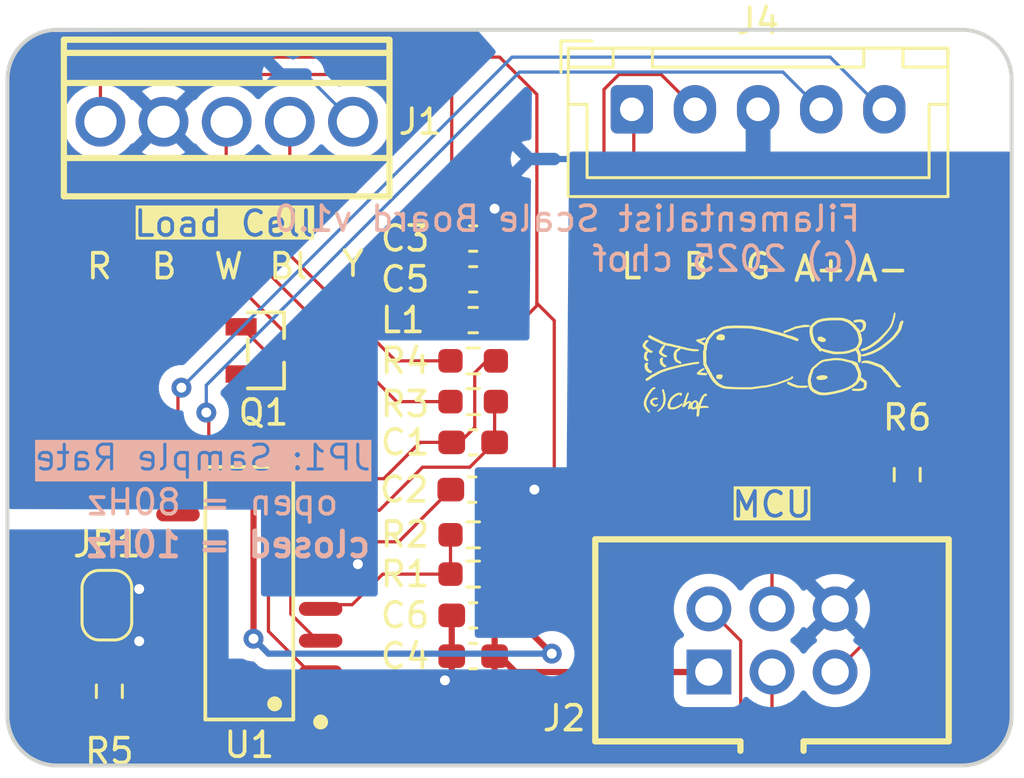
<source format=kicad_pcb>
(kicad_pcb (version 20241229) (generator "pcbnew") (generator_version "9.0")
  (layers (0 "F.Cu" signal) (2 "B.Cu" signal) (13 "F.Paste" user) (15 "B.Paste" user) (5 "F.SilkS" user "F.Silkscreen") (7 "B.SilkS" user "B.Silkscreen") (1 "F.Mask" user) (3 "B.Mask" user) (25 "Edge.Cuts" user))
  (net 0 "")
  (net 1 "Net-(U1-INNA)")
  (net 2 "Net-(U1-INPA)")
  (net 3 "Net-(U1-VBG)")
  (net 4 "GND")
  (net 5 "/E+")
  (net 6 "VCC")
  (net 7 "/A-")
  (net 8 "/A+")
  (net 9 "CLK")
  (net 10 "BTN")
  (net 11 "DAT")
  (net 12 "LED")
  (net 13 "INNB")
  (net 14 "INPB")
  (net 15 "Net-(Q1-C)")
  (net 16 "Net-(Q1-B)")
  (net 17 "Net-(U1-VFB)")
  (net 18 "Net-(JP1-B)")
  (net 20 "GNDA")
  (net 21 "SHIELD")
  (net 22 "/LED_OUT")
  (footprint "Resistor_SMD:R_0603_1608Metric_Pad0.98x0.95mm_HandSolder" (layer "F.Cu") (at 125.7 78.7125 -90)
    (property "Reference" "R5" (at 2.4125 0 180) (layer "F.SilkS"))
    (property "Value" "10k")
    (pad "1" smd roundrect (at -0.9125 0 270) (size 0.975 0.95) (layers "F.Cu" "F.Mask" "F.Paste") (net 18 "Net-(JP1-B)"))
    (pad "2" smd roundrect (at 0.9125 0 270) (size 0.975 0.95) (layers "F.Cu" "F.Mask" "F.Paste") (net 6 "VCC"))
  )
  (footprint "Capacitor_SMD:C_0603_1608Metric_Pad1.08x0.95mm_HandSolder" (layer "F.Cu") (at 140.3375 77.3 180)
    (property "Reference" "C4" (at 2.7375 0 0) (layer "F.SilkS"))
    (property "Value" "0.1uF")
    (pad "1" smd roundrect (at -0.8625 0 180) (size 1.075 0.95) (layers "F.Cu" "F.Mask" "F.Paste") (net 6 "VCC"))
    (pad "2" smd roundrect (at 0.8625 0 180) (size 1.075 0.95) (layers "F.Cu" "F.Mask" "F.Paste") (net 4 "GND"))
  )
  (footprint "Chof747_Connectors:CONN-TH_5P-P2.54_KF128-2.54-5P" (layer "F.Cu") (at 130.42 55.8 180)
    (property "Reference" "J1" (at -7.78 0 0) (layer "F.SilkS"))
    (property "Value" "Load Cell" (at 0.12 -4.1 0) (layer "F.SilkS" knockout))
    (pad "1" thru_hole circle (at -5.08 0 180) (size 2 2) (drill 1.300023) (layers "*.Cu" "*.Mask") (net 21 "SHIELD"))
    (pad "2" thru_hole circle (at -2.54 0 180) (size 2 2) (drill 1.300023) (layers "*.Cu" "*.Mask") (net 8 "/A+"))
    (pad "3" thru_hole circle (at 0 0 180) (size 2 2) (drill 1.300023) (layers "*.Cu" "*.Mask") (net 7 "/A-"))
    (pad "4" thru_hole circle (at 2.54 0 180) (size 2 2) (drill 1.300023) (layers "*.Cu" "*.Mask") (net 20 "GNDA"))
    (pad "5" thru_hole circle (at 5.08 0 180) (size 2 2) (drill 1.300023) (layers "*.Cu" "*.Mask") (net 5 "/E+"))
  )
  (footprint "Capacitor_SMD:C_0603_1608Metric_Pad1.08x0.95mm_HandSolder" (layer "F.Cu") (at 140.3375 75.66 180)
    (property "Reference" "C6" (at 2.7375 0 0) (layer "F.SilkS"))
    (property "Value" "10uF")
    (pad "1" smd roundrect (at -0.8625 0 180) (size 1.075 0.95) (layers "F.Cu" "F.Mask" "F.Paste") (net 6 "VCC"))
    (pad "2" smd roundrect (at 0.8625 0 180) (size 1.075 0.95) (layers "F.Cu" "F.Mask" "F.Paste") (net 4 "GND"))
  )
  (footprint "Chof747_Connectors:HDR-TH_6P-P2.54-V-F-R2-C3-S2.54-4" (layer "F.Cu") (at 152.36 76.67)
    (property "Reference" "J2" (at -8.36 3.13 0) (layer "F.SilkS"))
    (property "Value" "MCU" (at 0 -5.47 0) (layer "F.SilkS" knockout))
    (pad "1" thru_hole rect (at -2.54 1.27) (size 1.8 1.8) (drill 1.100023) (layers "*.Cu" "*.Mask") (net 6 "VCC"))
    (pad "2" thru_hole circle (at -2.54 -1.27) (size 1.8 1.8) (drill 1.100023) (layers "*.Cu" "*.Mask") (net 11 "DAT"))
    (pad "3" thru_hole circle (at 0 1.27) (size 1.8 1.8) (drill 1.100023) (layers "*.Cu" "*.Mask") (net 9 "CLK"))
    (pad "4" thru_hole circle (at 0 -1.27) (size 1.8 1.8) (drill 1.100023) (layers "*.Cu" "*.Mask") (net 10 "BTN"))
    (pad "5" thru_hole circle (at 2.54 1.27) (size 1.8 1.8) (drill 1.100023) (layers "*.Cu" "*.Mask") (net 12 "LED"))
    (pad "6" thru_hole circle (at 2.54 -1.27) (size 1.8 1.8) (drill 1.100023) (layers "*.Cu" "*.Mask") (net 4 "GND"))
  )
  (footprint "Resistor_SMD:R_0603_1608Metric_Pad0.98x0.95mm_HandSolder" (layer "F.Cu") (at 157.8 70 90)
    (property "Reference" "R6" (at 2.3 0 180) (layer "F.SilkS"))
    (property "Value" "560")
    (pad "1" smd roundrect (at -0.9125 0 90) (size 0.975 0.95) (layers "F.Cu" "F.Mask" "F.Paste") (net 12 "LED"))
    (pad "2" smd roundrect (at 0.9125 0 90) (size 0.975 0.95) (layers "F.Cu" "F.Mask" "F.Paste") (net 22 "/LED_OUT"))
  )
  (footprint "Capacitor_SMD:C_0603_1608Metric_Pad1.08x0.95mm_HandSolder" (layer "F.Cu") (at 140.3375 62.14)
    (property "Reference" "C5" (at -2.7375 0 0) (layer "F.SilkS"))
    (property "Value" "10uF")
    (pad "1" smd roundrect (at -0.8625 0) (size 1.075 0.95) (layers "F.Cu" "F.Mask" "F.Paste") (net 5 "/E+"))
    (pad "2" smd roundrect (at 0.8625 0) (size 1.075 0.95) (layers "F.Cu" "F.Mask" "F.Paste") (net 20 "GNDA"))
  )
  (footprint "Inductor_SMD:L_0603_1608Metric_Pad1.05x0.95mm_HandSolder" (layer "F.Cu") (at 140.3375 63.78)
    (property "Reference" "L1" (at -2.832738 0 0) (layer "F.SilkS"))
    (property "Value" "3.3uH")
    (pad "1" smd roundrect (at -0.875 0) (size 1.05 0.95) (layers "F.Cu" "F.Mask" "F.Paste") (net 5 "/E+"))
    (pad "2" smd roundrect (at 0.875 0) (size 1.05 0.95) (layers "F.Cu" "F.Mask" "F.Paste") (net 15 "Net-(Q1-C)"))
  )
  (footprint "Chof747 Logos:LOGO small" (layer "F.Cu") (at 152.121343 65.4 -90)
    (property "Reference" "G***" (hide yes))
    (property "Value" "LOGO" (hide yes))
  )
  (footprint "Resistor_SMD:R_0603_1608Metric_Pad0.98x0.95mm_HandSolder" (layer "F.Cu") (at 140.3375 74 180)
    (property "Reference" "R1" (at 2.7375 0 0) (layer "F.SilkS"))
    (property "Value" "20k")
    (pad "1" smd roundrect (at -0.9125 0 180) (size 0.975 0.95) (layers "F.Cu" "F.Mask" "F.Paste") (net 15 "Net-(Q1-C)"))
    (pad "2" smd roundrect (at 0.9125 0 180) (size 0.975 0.95) (layers "F.Cu" "F.Mask" "F.Paste") (net 17 "Net-(U1-VFB)"))
  )
  (footprint "Capacitor_SMD:C_0603_1608Metric_Pad1.08x0.95mm_HandSolder" (layer "F.Cu") (at 140.3 70.6 180)
    (property "Reference" "C2" (at 2.7375 0 0) (layer "F.SilkS"))
    (property "Value" "0.1uF")
    (pad "1" smd roundrect (at -0.8625 0 180) (size 1.075 0.95) (layers "F.Cu" "F.Mask" "F.Paste") (net 4 "GND"))
    (pad "2" smd roundrect (at 0.8625 0 180) (size 1.075 0.95) (layers "F.Cu" "F.Mask" "F.Paste") (net 3 "Net-(U1-VBG)"))
  )
  (footprint "Resistor_SMD:R_0603_1608Metric_Pad0.98x0.95mm_HandSolder" (layer "F.Cu") (at 140.3375 65.42)
    (property "Reference" "R4" (at -2.7375 0 0) (layer "F.SilkS"))
    (property "Value" "100")
    (pad "1" smd roundrect (at -0.9125 0) (size 0.975 0.95) (layers "F.Cu" "F.Mask" "F.Paste") (net 8 "/A+"))
    (pad "2" smd roundrect (at 0.9125 0) (size 0.975 0.95) (layers "F.Cu" "F.Mask" "F.Paste") (net 2 "Net-(U1-INPA)"))
  )
  (footprint "Chof747_Footprints:SOT-23-3_L2.9-W1.3-P1.90-LS2.4-BR" (layer "F.Cu") (at 132 65 180)
    (property "Reference" "Q1" (at 0.1 -2.5 0) (layer "F.SilkS"))
    (property "Value" "S9012")
    (pad "1" smd rect (at 1 0.95 180) (size 1.25 0.7) (layers "F.Cu" "F.Mask" "F.Paste") (net 16 "Net-(Q1-B)"))
    (pad "2" smd rect (at 1 -0.95 180) (size 1.25 0.7) (layers "F.Cu" "F.Mask" "F.Paste") (net 6 "VCC"))
    (pad "3" smd rect (at -1 0 180) (size 1.25 0.7) (layers "F.Cu" "F.Mask" "F.Paste") (net 15 "Net-(Q1-C)"))
  )
  (footprint "Jumper:SolderJumper-2_P1.3mm_Bridged_RoundedPad1.0x1.5mm" (layer "F.Cu") (at 125.6 75.25 -90)
    (property "Reference" "JP1" (at -2.45 0 180) (layer "F.SilkS"))
    (property "Value" "SolderJumper_2_Bridged" (hide yes))
    (fp_poly (pts (xy 0.25 -0.3) (xy -0.25 -0.3) (xy -0.25 0.3) (xy 0.25 0.3)) (fill yes) (layer "F.Cu"))
    (pad "1" smd custom (at -0.65 0 270) (size 1 0.5) (layers "F.Cu" "F.Mask") (net 4 "GND") (options (clearance outline) (anchor rect)) (primitives (gr_circle (center 0 0.25) (end 0.5 0.25) (width 0) (fill yes)) (gr_circle (center 0 -0.25) (end 0.5 -0.25) (width 0) (fill yes)) (gr_poly (pts (xy 0.5 0.75) (xy 0 0.75) (xy 0 -0.75) (xy 0.5 -0.75)) (width 0) (fill yes))))
    (pad "2" smd custom (at 0.65 0 270) (size 1 0.5) (layers "F.Cu" "F.Mask") (net 18 "Net-(JP1-B)") (options (clearance outline) (anchor rect)) (primitives (gr_circle (center 0 0.25) (end 0.5 0.25) (width 0) (fill yes)) (gr_circle (center 0 -0.25) (end 0.5 -0.25) (width 0) (fill yes)) (gr_poly (pts (xy 0 0.75) (xy -0.5 0.75) (xy -0.5 -0.75) (xy 0 -0.75)) (width 0) (fill yes))))
  )
  (footprint "Resistor_SMD:R_0603_1608Metric_Pad0.98x0.95mm_HandSolder" (layer "F.Cu") (at 140.3375 67.06)
    (property "Reference" "R3" (at -2.7375 0.1 0) (layer "F.SilkS"))
    (property "Value" "100")
    (pad "1" smd roundrect (at -0.9125 0) (size 0.975 0.95) (layers "F.Cu" "F.Mask" "F.Paste") (net 7 "/A-"))
    (pad "2" smd roundrect (at 0.9125 0) (size 0.975 0.95) (layers "F.Cu" "F.Mask" "F.Paste") (net 1 "Net-(U1-INNA)"))
  )
  (footprint "Resistor_SMD:R_0603_1608Metric_Pad0.98x0.95mm_HandSolder" (layer "F.Cu") (at 140.3375 72.42)
    (property "Reference" "R2" (at -2.7375 -0.01 0) (layer "F.SilkS"))
    (property "Value" "8k2")
    (pad "1" smd roundrect (at -0.9125 0) (size 0.975 0.95) (layers "F.Cu" "F.Mask" "F.Paste") (net 17 "Net-(U1-VFB)"))
    (pad "2" smd roundrect (at 0.9125 0) (size 0.975 0.95) (layers "F.Cu" "F.Mask" "F.Paste") (net 4 "GND"))
  )
  (footprint "Chof747_Footprints:SOP-16_L10.0-W3.9-P1.27-LS6.0-BL" (layer "F.Cu") (at 131.33 74.77 90)
    (property "Reference" "U1" (at -6.1 0 180) (layer "F.SilkS"))
    (property "Value" "HX711")
    (pad "1" smd oval (at -4.45 2.87 90) (size 0.56 1.75) (layers "F.Cu" "F.Mask" "F.Paste") (net 6 "VCC"))
    (pad "2" smd oval (at -3.18 2.87 90) (size 0.56 1.75) (layers "F.Cu" "F.Mask" "F.Paste") (net 16 "Net-(Q1-B)"))
    (pad "3" smd oval (at -1.91 2.87 90) (size 0.56 1.75) (layers "F.Cu" "F.Mask" "F.Paste") (net 15 "Net-(Q1-C)"))
    (pad "4" smd oval (at -0.63 2.87 90) (size 0.56 1.75) (layers "F.Cu" "F.Mask" "F.Paste") (net 17 "Net-(U1-VFB)"))
    (pad "5" smd oval (at 0.63 2.87 90) (size 0.56 1.75) (layers "F.Cu" "F.Mask" "F.Paste") (net 20 "GNDA"))
    (pad "6" smd oval (at 1.9 2.87 90) (size 0.56 1.75) (layers "F.Cu" "F.Mask" "F.Paste") (net 3 "Net-(U1-VBG)"))
    (pad "7" smd oval (at 3.17 2.87 90) (size 0.56 1.75) (layers "F.Cu" "F.Mask" "F.Paste") (net 1 "Net-(U1-INNA)"))
    (pad "8" smd oval (at 4.44 2.87 90) (size 0.56 1.75) (layers "F.Cu" "F.Mask" "F.Paste") (net 2 "Net-(U1-INPA)"))
    (pad "9" smd oval (at 4.44 -2.87 90) (size 0.56 1.75) (layers "F.Cu" "F.Mask" "F.Paste") (net 13 "INNB"))
    (pad "10" smd oval (at 3.17 -2.87 90) (size 0.56 1.75) (layers "F.Cu" "F.Mask" "F.Paste") (net 14 "INPB"))
    (pad "11" smd oval (at 1.9 -2.87 90) (size 0.56 1.75) (layers "F.Cu" "F.Mask" "F.Paste") (net 9 "CLK"))
    (pad "12" smd oval (at 0.63 -2.87 90) (size 0.56 1.75) (layers "F.Cu" "F.Mask" "F.Paste") (net 11 "DAT"))
    (pad "13" smd oval (at -0.63 -2.87 90) (size 0.56 1.75) (layers "F.Cu" "F.Mask" "F.Paste"))
    (pad "14" smd oval (at -1.91 -2.87 90) (size 0.56 1.75) (layers "F.Cu" "F.Mask" "F.Paste") (net 4 "GND"))
    (pad "15" smd oval (at -3.18 -2.87 90) (size 0.56 1.75) (layers "F.Cu" "F.Mask" "F.Paste") (net 18 "Net-(JP1-B)"))
    (pad "16" smd oval (at -4.45 -2.87 90) (size 0.56 1.75) (layers "F.Cu" "F.Mask" "F.Paste") (net 6 "VCC"))
  )
  (footprint "Chof747_Connectors:JST_XH_B5B-XH-A_1x05_P2.54mm_Vertical" (layer "F.Cu") (at 146.8 55.3)
    (property "Reference" "J4" (at 5 -3.55 0) (layer "F.SilkS"))
    (property "Value" "Peripherals")
    (pad "1" thru_hole roundrect (at -0.08 0) (size 1.7 1.95) (drill 0.95) (layers "*.Cu" "*.Mask") (roundrect_rratio 0.147059) (net 22 "/LED_OUT"))
    (pad "2" thru_hole oval (at 2.46 0) (size 1.7 1.95) (drill 0.95) (layers "*.Cu" "*.Mask") (net 10 "BTN"))
    (pad "3" thru_hole oval (at 5 0) (size 1.7 1.95) (drill 0.95) (layers "*.Cu" "*.Mask") (net 4 "GND"))
    (pad "4" thru_hole oval (at 7.54 0) (size 1.7 1.95) (drill 0.95) (layers "*.Cu" "*.Mask") (net 14 "INPB"))
    (pad "5" thru_hole oval (at 10.08 0) (size 1.7 1.95) (drill 0.95) (layers "*.Cu" "*.Mask") (net 13 "INNB"))
  )
  (footprint "Capacitor_SMD:C_0603_1608Metric_Pad1.08x0.95mm_HandSolder" (layer "F.Cu") (at 140.3375 68.7 180)
    (property "Reference" "C1" (at 2.7375 0 0) (layer "F.SilkS"))
    (property "Value" "0.1uF")
    (pad "1" smd roundrect (at -0.8625 0 180) (size 1.075 0.95) (layers "F.Cu" "F.Mask" "F.Paste") (net 1 "Net-(U1-INNA)"))
    (pad "2" smd roundrect (at 0.8625 0 180) (size 1.075 0.95) (layers "F.Cu" "F.Mask" "F.Paste") (net 2 "Net-(U1-INPA)"))
  )
  (footprint "Capacitor_SMD:C_0603_1608Metric_Pad1.08x0.95mm_HandSolder" (layer "F.Cu") (at 140.3375 60.5)
    (property "Reference" "C3" (at -2.7375 0 0) (layer "F.SilkS"))
    (property "Value" "0.1uF")
    (pad "1" smd roundrect (at -0.8625 0) (size 1.075 0.95) (layers "F.Cu" "F.Mask" "F.Paste") (net 5 "/E+"))
    (pad "2" smd roundrect (at 0.8625 0) (size 1.075 0.95) (layers "F.Cu" "F.Mask" "F.Paste") (net 20 "GNDA"))
  )
  (footprint "NetTie:NetTie-2_SMD_Pad0.5mm" (layer "B.Cu") (at 143.1 57.3)
    (property "Reference" "NT1" (hide yes))
    (property "Value" "Digital Analog" (hide yes))
    (fp_poly (pts (xy -0.5 0.25) (xy 0.5 0.25) (xy 0.5 -0.25) (xy -0.5 -0.25)) (fill yes) (layer "B.Cu"))
    (pad "1" smd circle (at -0.5 0) (size 0.5 0.5) (layers "B.Cu") (net 20 "GNDA"))
    (pad "2" smd circle (at 0.5 0) (size 0.5 0.5) (layers "B.Cu") (net 4 "GND"))
  )
  (footprint "NetTie:NetTie-2_SMD_Pad0.5mm" (layer "B.Cu") (at 133.1 53.9)
    (property "Reference" "NT2" (hide yes))
    (property "Value" "Shield-Gnd" (hide yes))
    (fp_poly (pts (xy -0.5 0.25) (xy 0.5 0.25) (xy 0.5 -0.25) (xy -0.5 -0.25)) (fill yes) (layer "B.Cu"))
    (pad "1" smd circle (at -0.5 0) (size 0.5 0.5) (layers "B.Cu") (net 20 "GNDA"))
    (pad "2" smd circle (at 0.5 0) (size 0.5 0.5) (layers "B.Cu") (net 21 "SHIELD"))
  )
  (gr_line (start 121.6 54.099917) (end 121.6 79.699917) (stroke (width 0.16)) (layer "Edge.Cuts"))
  (gr_arc (start 162 79.699917) (mid 161.414214 81.11413) (end 160 81.699917) (stroke (width 0.16)) (layer "Edge.Cuts"))
  (gr_arc (start 160 52.099917) (mid 161.414214 52.685703) (end 162 54.099917) (stroke (width 0.16)) (layer "Edge.Cuts"))
  (gr_line (start 123.6 81.699917) (end 160 81.699917) (stroke (width 0.16)) (layer "Edge.Cuts"))
  (gr_arc (start 123.6 81.699917) (mid 122.185786 81.11413) (end 121.6 79.699917) (stroke (width 0.16)) (layer "Edge.Cuts"))
  (gr_arc (start 121.6 54.099917) (mid 122.185786 52.685703) (end 123.6 52.099917) (stroke (width 0.16)) (layer "Edge.Cuts"))
  (gr_line (start 160 52.099917) (end 123.6 52.099917) (stroke (width 0.16)) (layer "Edge.Cuts"))
  (gr_line (start 162 79.699917) (end 162 54.099917) (stroke (width 0.16)) (layer "Edge.Cuts"))
  (gr_text "W" (at 130.5 62.2 0) (layer "F.SilkS") (effects (font (size 1 1)) (justify bottom)))
  (gr_text "L" (at 146.7 62.2 0) (layer "F.SilkS") (effects (font (size 1 1)) (justify bottom)))
  (gr_text "A+" (at 154.3 62.3 0) (layer "F.SilkS") (effects (font (size 1 1)) (justify bottom)))
  (gr_text "G" (at 151.8 62.2 0) (layer "F.SilkS") (effects (font (size 1 1)) (justify bottom)))
  (gr_text "B" (at 127.9 62.2 0) (layer "F.SilkS") (effects (font (size 1 1)) (justify bottom)))
  (gr_text "B" (at 149.3 62.2 0) (layer "F.SilkS") (effects (font (size 1 1)) (justify bottom)))
  (gr_text "Bl" (at 132.9 62.2 0) (layer "F.SilkS") (effects (font (size 1 1)) (justify bottom)))
  (gr_text "A-" (at 156.8 62.3 0) (layer "F.SilkS") (effects (font (size 1 1)) (justify bottom)))
  (gr_text "R" (at 125.3 62.2 0) (layer "F.SilkS") (effects (font (size 1 1)) (justify bottom)))
  (gr_text "Y" (at 135.5 62.1 0) (layer "F.SilkS") (effects (font (size 1 1)) (justify bottom)))
  (gr_text "closed = 10Hz" (at 136.3 73.4 0) (layer "B.SilkS") (effects (font (size 1 1) (thickness 0.2) (bold yes)) (justify left bottom mirror)))
  (gr_text "JP1: Sample Rate\n" (at 136.3 69.9 0) (layer "B.SilkS" knockout) (effects (font (size 1 1) (thickness 0.125)) (justify left bottom mirror)))
  (gr_text "Filamentalist Scale Board v1.0\n(c) 2025 chof" (at 156 61.9 0) (layer "B.SilkS") (effects (font (size 1 1)) (justify left bottom mirror)))
  (gr_text "open = 80Hz\n" (at 135 71.7 0) (layer "B.SilkS") (effects (font (size 1 1)) (justify left bottom mirror)))
  (segment (start 141.2 67.11) (end 141.25 67.06) (width 0.13) (layer "F.Cu") (net 1))
  (segment (start 136.57 71.43) (end 138.3 69.7) (width 0.13) (layer "F.Cu") (net 1))
  (segment (start 141.2 68.7) (end 141.2 67.11) (width 0.13) (layer "F.Cu") (net 1))
  (segment (start 138.3 69.7) (end 140.2 69.7) (width 0.13) (layer "F.Cu") (net 1))
  (segment (start 134.77 71.43) (end 136.57 71.43) (width 0.13) (layer "F.Cu") (net 1))
  (segment (start 140.2 69.7) (end 141.2 68.7) (width 0.13) (layer "F.Cu") (net 1))
  (segment (start 141.115 67.06) (end 141.25 67.06) (width 0.13) (layer "F.Cu") (net 1))
  (segment (start 140.4 65.9) (end 140.88 65.42) (width 0.13) (layer "F.Cu") (net 2))
  (segment (start 140.88 65.42) (end 141.25 65.42) (width 0.13) (layer "F.Cu") (net 2))
  (segment (start 136.74 70.16) (end 138.2 68.7) (width 0.13) (layer "F.Cu") (net 2))
  (segment (start 134.77 70.16) (end 136.74 70.16) (width 0.13) (layer "F.Cu") (net 2))
  (segment (start 140.4 68.1) (end 140.4 65.9) (width 0.13) (layer "F.Cu") (net 2))
  (segment (start 139.8 68.7) (end 140.4 68.1) (width 0.13) (layer "F.Cu") (net 2))
  (segment (start 139.475 68.7) (end 139.8 68.7) (width 0.13) (layer "F.Cu") (net 2))
  (segment (start 138.2 68.7) (end 139.475 68.7) (width 0.13) (layer "F.Cu") (net 2))
  (segment (start 134.77 72.7) (end 137.3375 72.7) (width 0.13) (layer "F.Cu") (net 3))
  (segment (start 137.3375 72.7) (end 139.4375 70.6) (width 0.13) (layer "F.Cu") (net 3))
  (segment (start 139.475 75.66) (end 139.475 77.3) (width 0.25) (layer "F.Cu") (net 4))
  (segment (start 126.9 74.6) (end 125.6 74.6) (width 0.25) (layer "F.Cu") (net 4))
  (segment (start 141.25 70.6875) (end 141.1625 70.6) (width 0.25) (layer "F.Cu") (net 4))
  (segment (start 126.92 76.68) (end 126.9 76.7) (width 0.25) (layer "F.Cu") (net 4))
  (segment (start 139.475 77.3) (end 139.475 78) (width 0.25) (layer "F.Cu") (net 4))
  (segment (start 128.46 76.68) (end 126.92 76.68) (width 0.25) (layer "F.Cu") (net 4))
  (segment (start 139.475 78) (end 139.2 78.275) (width 0.25) (layer "F.Cu") (net 4))
  (segment (start 141.25 72.42) (end 141.25 70.6875) (width 0.25) (layer "F.Cu") (net 4))
  (segment (start 141.1625 70.6) (end 142.8 70.6) (width 0.25) (layer "F.Cu") (net 4))
  (segment (start 139.475 75.66) (end 139.7883 75.66) (width 0.25) (layer "F.Cu") (net 4))
  (via (at 126.9 74.6) (size 0.8) (drill 0.4) (layers "F.Cu" "B.Cu") (net 4))
  (via (at 139.2 78.275) (size 0.8) (drill 0.4) (layers "F.Cu" "B.Cu") (net 4))
  (via (at 142.8 70.6) (size 0.8) (drill 0.4) (layers "F.Cu" "B.Cu") (net 4))
  (via (at 126.9 76.7) (size 0.8) (drill 0.4) (layers "F.Cu" "B.Cu") (net 4))
  (segment (start 143.6 57.3) (end 144.3 57.3) (width 0.25) (layer "B.Cu") (net 4))
  (segment (start 151.8 55.3) (end 151.8 57.6) (width 1) (layer "B.Cu") (net 4))
  (segment (start 138.9 53.9) (end 125.7 53.9) (width 0.13) (layer "F.Cu") (net 5))
  (segment (start 125.3 54.3) (end 125.34 54.34) (width 0.13) (layer "F.Cu") (net 5))
  (segment (start 125.7 53.9) (end 125.3 54.3) (width 0.13) (layer "F.Cu") (net 5))
  (segment (start 125.34 54.34) (end 125.34 55.8) (width 0.13) (layer "F.Cu") (net 5))
  (segment (start 139.475 62.14) (end 139.475 60.5) (width 0.13) (layer "F.Cu") (net 5))
  (segment (start 139.475 54.475) (end 138.9 53.9) (width 0.13) (layer "F.Cu") (net 5))
  (segment (start 139.475 60.5) (end 139.475 54.475) (width 0.13) (layer "F.Cu") (net 5))
  (segment (start 139.4625 62.1525) (end 139.475 62.14) (width 0.13) (layer "F.Cu") (net 5))
  (segment (start 139.4625 63.78) (end 139.4625 62.1525) (width 0.13) (layer "F.Cu") (net 5))
  (segment (start 135.895 79.58) (end 135.535 79.22) (width 0.25) (layer "F.Cu") (net 6))
  (segment (start 149.82 77.94) (end 149.44 77.94) (width 0.25) (layer "F.Cu") (net 6))
  (segment (start 141.2 77.3) (end 141.4 77.3) (width 0.25) (layer "F.Cu") (net 6))
  (segment (start 128.46 79.22) (end 134.2 79.22) (width 0.13) (layer "F.Cu") (net 6))
  (segment (start 141.2 78.3) (end 139.92 79.58) (width 0.25) (layer "F.Cu") (net 6))
  (segment (start 139.92 79.58) (end 135.895 79.58) (width 0.25) (layer "F.Cu") (net 6))
  (segment (start 142.04 77.94) (end 149.82 77.94) (width 0.25) (layer "F.Cu") (net 6))
  (segment (start 129.03 79.05) (end 126.375 79.05) (width 0.13) (layer "F.Cu") (net 6))
  (segment (start 141.2 75.66) (end 141.96 75.66) (width 0.25) (layer "F.Cu") (net 6))
  (segment (start 126.375 79.05) (end 125.8 79.625) (width 0.13) (layer "F.Cu") (net 6))
  (segment (start 141.2 77.3) (end 141.2 78.3) (width 0.25) (layer "F.Cu") (net 6))
  (segment (start 141.2 75.66) (end 141.2 77.3) (width 0.25) (layer "F.Cu") (net 6))
  (segment (start 125.8 79.625) (end 125.7 79.625) (width 0.13) (layer "F.Cu") (net 6))
  (segment (start 131.5 66.45) (end 131.5 76.6) (width 0.25) (layer "F.Cu") (net 6))
  (segment (start 141.4 77.3) (end 142.04 77.94) (width 0.25) (layer "F.Cu") (net 6))
  (segment (start 135.535 79.22) (end 134.2 79.22) (width 0.25) (layer "F.Cu") (net 6))
  (segment (start 141.96 75.66) (end 143.5 77.2) (width 0.25) (layer "F.Cu") (net 6))
  (segment (start 131 65.95) (end 131.5 66.45) (width 0.25) (layer "F.Cu") (net 6))
  (via (at 143.5 77.2) (size 0.8) (drill 0.4) (layers "F.Cu" "B.Cu") (net 6))
  (via (at 131.5 76.6) (size 0.8) (drill 0.4) (layers "F.Cu" "B.Cu") (net 6))
  (segment (start 131.5 76.6) (end 132.1 77.2) (width 0.25) (layer "B.Cu") (net 6))
  (segment (start 132.1 77.2) (end 143.5 77.2) (width 0.25) (layer "B.Cu") (net 6))
  (segment (start 130.4 55.82) (end 130.42 55.8) (width 0.13) (layer "F.Cu") (net 7))
  (segment (start 130.4 60.2) (end 130.4 55.82) (width 0.13) (layer "F.Cu") (net 7))
  (segment (start 137.26 67.06) (end 130.4 60.2) (width 0.13) (layer "F.Cu") (net 7))
  (segment (start 139.425 67.06) (end 137.26 67.06) (width 0.13) (layer "F.Cu") (net 7))
  (segment (start 137.22 65.42) (end 139.425 65.42) (width 0.13) (layer "F.Cu") (net 8))
  (segment (start 132.96 61.16) (end 137.22 65.42) (width 0.13) (layer "F.Cu") (net 8))
  (segment (start 132.96 55.8) (end 132.96 61.16) (width 0.13) (layer "F.Cu") (net 8))
  (segment (start 152.36 77.94) (end 152.36 79.84) (width 0.13) (layer "F.Cu") (net 9))
  (segment (start 123.2 80.7) (end 123.2 73.2) (width 0.13) (layer "F.Cu") (net 9))
  (segment (start 123.9 81.4) (end 123.2 80.7) (width 0.13) (layer "F.Cu") (net 9))
  (segment (start 123.2 73.2) (end 124 72.4) (width 0.13) (layer "F.Cu") (net 9))
  (segment (start 152.36 79.84) (end 150.8 81.4) (width 0.13) (layer "F.Cu") (net 9))
  (segment (start 127.67 72.87) (end 128.46 72.87) (width 0.13) (layer "F.Cu") (net 9))
  (segment (start 150.8 81.4) (end 123.9 81.4) (width 0.13) (layer "F.Cu") (net 9))
  (segment (start 124 72.4) (end 127.2 72.4) (width 0.13) (layer "F.Cu") (net 9))
  (segment (start 127.2 72.4) (end 127.67 72.87) (width 0.13) (layer "F.Cu") (net 9))
  (segment (start 145.6 54.5) (end 145.6 61.8) (width 0.13) (layer "F.Cu") (net 10))
  (segment (start 152.36 68.64) (end 152.36 75.4) (width 0.13) (layer "F.Cu") (net 10))
  (segment (start 147.9 53.9) (end 146.2 53.9) (width 0.13) (layer "F.Cu") (net 10))
  (segment (start 152.4 68.6) (end 152.36 68.64) (width 0.13) (layer "F.Cu") (net 10))
  (segment (start 149.3 55.3) (end 147.9 53.9) (width 0.13) (layer "F.Cu") (net 10))
  (segment (start 146.2 53.9) (end 145.6 54.5) (width 0.13) (layer "F.Cu") (net 10))
  (segment (start 145.6 61.8) (end 152.4 68.6) (width 0.13) (layer "F.Cu") (net 10))
  (segment (start 126.9 73) (end 128.04 74.14) (width 0.13) (layer "F.Cu") (net 11))
  (segment (start 124.7 80.8) (end 123.8 79.9) (width 0.13) (layer "F.Cu") (net 11))
  (segment (start 123.8 79.9) (end 123.8 73.6) (width 0.13) (layer "F.Cu") (net 11))
  (segment (start 128.04 74.14) (end 128.46 74.14) (width 0.13) (layer "F.Cu") (net 11))
  (segment (start 151.1 76.68) (end 151.1 79.4) (width 0.13) (layer "F.Cu") (net 11))
  (segment (start 151.1 79.4) (end 149.7 80.8) (width 0.13) (layer "F.Cu") (net 11))
  (segment (start 123.8 73.6) (end 124.4 73) (width 0.13) (layer "F.Cu") (net 11))
  (segment (start 124.4 73) (end 126.9 73) (width 0.13) (layer "F.Cu") (net 11))
  (segment (start 149.7 80.8) (end 124.7 80.8) (width 0.13) (layer "F.Cu") (net 11))
  (segment (start 149.82 75.4) (end 151.1 76.68) (width 0.13) (layer "F.Cu") (net 11))
  (segment (start 157.8 75.04) (end 154.9 77.94) (width 0.13) (layer "F.Cu") (net 12))
  (segment (start 157.8 70.9125) (end 157.8 75.04) (width 0.13) (layer "F.Cu") (net 12))
  (segment (start 128.46 66.64) (end 128.6 66.5) (width 0.13) (layer "F.Cu") (net 13))
  (segment (start 128.46 70.33) (end 128.46 66.64) (width 0.13) (layer "F.Cu") (net 13))
  (via (at 128.6 66.5) (size 0.8) (drill 0.4) (layers "F.Cu" "B.Cu") (net 13))
  (segment (start 128.6 66.5) (end 141.9 53.2) (width 0.13) (layer "B.Cu") (net 13))
  (segment (start 154.7 53.2) (end 156.8 55.3) (width 0.13) (layer "B.Cu") (net 13))
  (segment (start 141.9 53.2) (end 154.7 53.2) (width 0.13) (layer "B.Cu") (net 13))
  (segment (start 128.46 71.6) (end 129 71.6) (width 0.13) (layer "F.Cu") (net 14))
  (segment (start 129.7 70.9) (end 129.7 67.6) (width 0.13) (layer "F.Cu") (net 14))
  (segment (start 129.7 67.6) (end 129.6 67.5) (width 0.13) (layer "F.Cu") (net 14))
  (segment (start 129 71.6) (end 129.7 70.9) (width 0.13) (layer "F.Cu") (net 14))
  (via (at 129.6 67.5) (size 0.8) (drill 0.4) (layers "F.Cu" "B.Cu") (net 14))
  (segment (start 129.6 66.4) (end 142.2 53.8) (width 0.13) (layer "B.Cu") (net 14))
  (segment (start 129.6 67.5) (end 129.6 66.4) (width 0.13) (layer "B.Cu") (net 14))
  (segment (start 152.8 53.8) (end 154.3 55.3) (width 0.13) (layer "B.Cu") (net 14))
  (segment (start 142.2 53.8) (end 152.8 53.8) (width 0.13) (layer "B.Cu") (net 14))
  (segment (start 133 75.6) (end 133.05 75.65) (width 0.13) (layer "F.Cu") (net 15))
  (segment (start 142.9 63.1) (end 143.6 63.8) (width 0.13) (layer "F.Cu") (net 15))
  (segment (start 142.9 63.1) (end 142.9 63.2) (width 0.13) (layer "F.Cu") (net 15))
  (segment (start 143.6 63.8) (end 143.6 71.65) (width 0.13) (layer "F.Cu") (net 15))
  (segment (start 124.7 60) (end 128.48 60) (width 0.13) (layer "F.Cu") (net 15))
  (segment (start 142.9 54.7) (end 142.9 63.1) (width 0.13) (layer "F.Cu") (net 15))
  (segment (start 133.91 76.51) (end 133.05 75.65) (width 0.13) (layer "F.Cu") (net 15))
  (segment (start 142.28 63.78) (end 141.2125 63.78) (width 0.13) (layer "F.Cu") (net 15))
  (segment (start 133 65) (end 133 64.52) (width 0.13) (layer "F.Cu") (net 15))
  (segment (start 141.4 53.2) (end 142.9 54.7) (width 0.13) (layer "F.Cu") (net 15))
  (segment (start 124.7 60) (end 122.8 58.1) (width 0.13) (layer "F.Cu") (net 15))
  (segment (start 133 64.52) (end 128.48 60) (width 0.13) (layer "F.Cu") (net 15))
  (segment (start 134.77 76.51) (end 133.91 76.51) (width 0.13) (layer "F.Cu") (net 15))
  (segment (start 142.3 63.8) (end 142.28 63.78) (width 0.13) (layer "F.Cu") (net 15))
  (segment (start 142.9 63.2) (end 142.3 63.8) (width 0.13) (layer "F.Cu") (net 15))
  (segment (start 122.8 53.8) (end 123.4 53.2) (width 0.13) (layer "F.Cu") (net 15))
  (segment (start 143.6 71.65) (end 141.25 74) (width 0.13) (layer "F.Cu") (net 15))
  (segment (start 123.4 53.2) (end 141.4 53.2) (width 0.13) (layer "F.Cu") (net 15))
  (segment (start 133 65) (end 133 75.6) (width 0.13) (layer "F.Cu") (net 15))
  (segment (start 122.8 58.1) (end 122.8 53.8) (width 0.13) (layer "F.Cu") (net 15))
  (segment (start 132.1 65.15) (end 132.1 76.3) (width 0.13) (layer "F.Cu") (net 16))
  (segment (start 131 64.05) (end 132.1 65.15) (width 0.13) (layer "F.Cu") (net 16))
  (segment (start 133.58 77.78) (end 134.77 77.78) (width 0.13) (layer "F.Cu") (net 16))
  (segment (start 132.1 76.3) (end 133.58 77.78) (width 0.13) (layer "F.Cu") (net 16))
  (segment (start 136.7 74) (end 135.47 75.23) (width 0.13) (layer "F.Cu") (net 17))
  (segment (start 139.425 74) (end 136.7 74) (width 0.13) (layer "F.Cu") (net 17))
  (segment (start 135.47 75.23) (end 134.77 75.23) (width 0.13) (layer "F.Cu") (net 17))
  (segment (start 139.425 72.42) (end 139.425 74) (width 0.13) (layer "F.Cu") (net 17))
  (segment (start 125.7 76) (end 125.6 75.9) (width 0.13) (layer "F.Cu") (net 18))
  (segment (start 126.76 77.8) (end 125.7 77.8) (width 0.13) (layer "F.Cu") (net 18))
  (segment (start 126.78 77.78) (end 126.76 77.8) (width 0.13) (layer "F.Cu") (net 18))
  (segment (start 129.03 77.78) (end 126.78 77.78) (width 0.13) (layer "F.Cu") (net 18))
  (segment (start 125.7 77.8) (end 125.7 76) (width 0.13) (layer "F.Cu") (net 18))
  (segment (start 134.2 74.14) (end 134.206775 74.146775) (width 0.13) (layer "F.Cu") (net 20))
  (segment (start 134.206775 74.146775) (end 135.153225 74.146775) (width 0.13) (layer "F.Cu") (net 20))
  (segment (start 141.2 60.5) (end 141.2 59.3) (width 0.25) (layer "F.Cu") (net 20))
  (segment (start 141.2 62.14) (end 141.2 60.5) (width 0.25) (layer "F.Cu") (net 20))
  (segment (start 135.153225 74.146775) (end 135.7 73.6) (width 0.13) (layer "F.Cu") (net 20))
  (via (at 141.2 59.3) (size 0.8) (drill 0.4) (layers "F.Cu" "B.Cu") (net 20))
  (via (at 135.7 73.6) (size 0.8) (drill 0.4) (layers "F.Cu" "B.Cu") (net 20))
  (segment (start 133.6 53.9) (end 135.5 55.8) (width 0.13) (layer "B.Cu") (net 21))
  (segment (start 156.0875 69.0875) (end 146.8 59.8) (width 0.13) (layer "F.Cu") (net 22))
  (segment (start 157.8 69.0875) (end 156.0875 69.0875) (width 0.13) (layer "F.Cu") (net 22))
  (segment (start 146.8 59.8) (end 146.8 55.3) (width 0.13) (layer "F.Cu") (net 22))
  (zone (net 20) (net_name "GNDA") (layer "B.Cu") (connect_pads (clearance 0.508)) (min_thickness 0.25) (fill yes (thermal_gap 0.5) (thermal_bridge_width 0.5))
    (polygon (pts (xy 121.3 52.2) (xy 140.5 52.1) (xy 142.7 54.6) (xy 142.6 64.6) (xy 136.5 64.6) (xy 136.5 74.9) (xy 131.8 74.9) (xy 131.8 71.409517) (xy 121.3 71.381753)))
  )
  (zone (net 4) (net_name "GND") (layer "B.Cu") (priority 1) (connect_pads (clearance 0.508)) (min_thickness 0.25) (fill yes (thermal_gap 0.5) (thermal_bridge_width 0.5))
    (polygon (pts (xy 121.3 72.2) (xy 130.5 72.2) (xy 130.5 77.4) (xy 140.4 77.4) (xy 140.4 69.7) (xy 144.1 69.7) (xy 144.196212 57) (xy 150.5 57) (xy 153.1 57) (xy 162.5 57) (xy 162.5 82.2) (xy 121.3 82.1)))
  )
)
</source>
